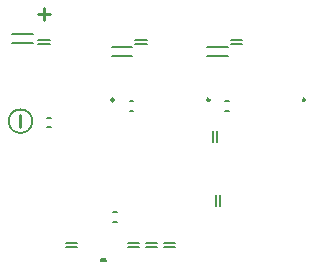
<source format=gbo>
G04*
G04 #@! TF.GenerationSoftware,Altium Limited,Altium Designer,19.1.8 (144)*
G04*
G04 Layer_Color=32896*
%FSLAX43Y43*%
%MOMM*%
G71*
G01*
G75*
%ADD10C,0.200*%
%ADD11C,0.127*%
%ADD67C,0.254*%
D10*
X2800Y18700D02*
G03*
X2800Y18700I-1000J0D01*
G01*
X9052Y6825D02*
G03*
X8577Y6825I-237J0D01*
G01*
X8835D01*
X8795D02*
X9052D01*
D11*
X19148Y20406D02*
X19452D01*
X19148Y19594D02*
X19452D01*
X4048Y19006D02*
X4352D01*
X4048Y18194D02*
X4352D01*
X11048Y20406D02*
X11352D01*
X11048Y19594D02*
X11352D01*
X9648Y11006D02*
X9952D01*
X9648Y10194D02*
X9952D01*
X12424Y8022D02*
X13376D01*
X12424Y8378D02*
X13376D01*
X13924D02*
X14876D01*
X13924Y8022D02*
X14876D01*
X10924D02*
X11876D01*
X10924Y8378D02*
X11876D01*
X5624Y8022D02*
X6576D01*
X5624Y8378D02*
X6576D01*
X3324Y25222D02*
X4276D01*
X3324Y25578D02*
X4276D01*
X11524Y25222D02*
X12476D01*
X11524Y25578D02*
X12476D01*
X19624Y25222D02*
X20576D01*
X19624Y25578D02*
X20576D01*
X18478Y16924D02*
Y17876D01*
X18122Y16924D02*
Y17876D01*
X18678Y11524D02*
Y12476D01*
X18322Y11524D02*
Y12476D01*
X1124Y26100D02*
X2876D01*
X1124Y25300D02*
X2876D01*
X9524Y25000D02*
X11276D01*
X9524Y24200D02*
X11276D01*
X17624Y25000D02*
X19376D01*
X17624Y24200D02*
X19376D01*
D67*
X25900Y20500D02*
G03*
X25900Y20500I-100J0D01*
G01*
X17800Y20500D02*
G03*
X17800Y20500I-100J0D01*
G01*
X9700Y20500D02*
G03*
X9700Y20500I-100J0D01*
G01*
X3800Y27300D02*
Y28300D01*
X3300Y27800D02*
X4300D01*
X1800Y18200D02*
Y19200D01*
M02*

</source>
